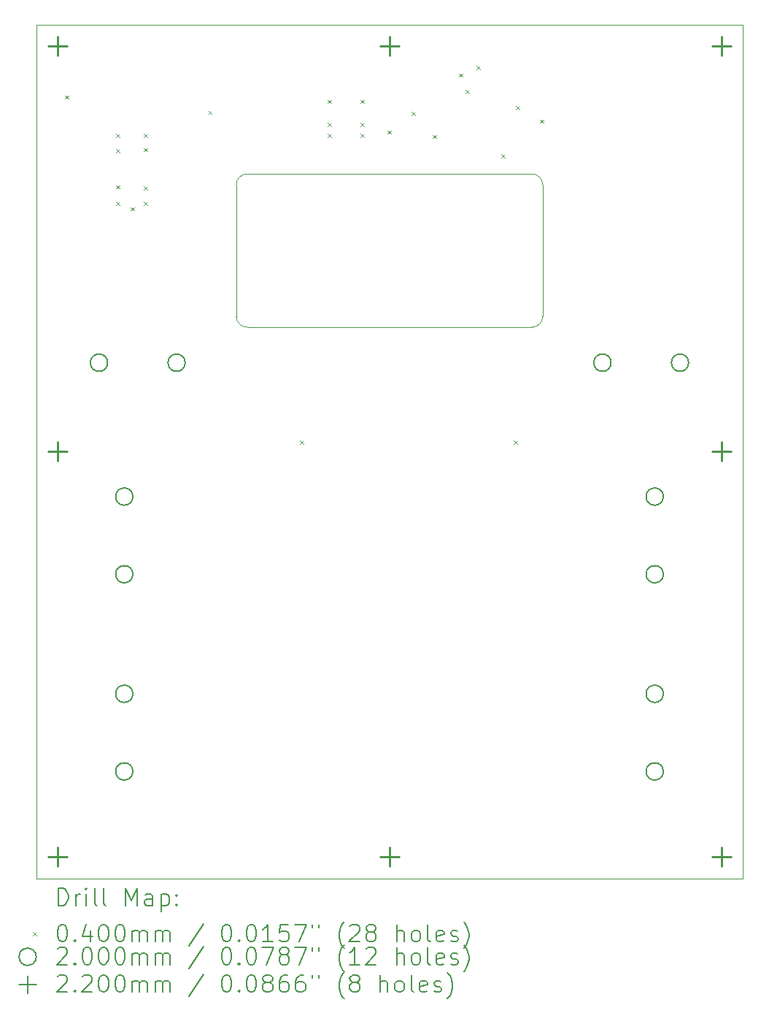
<source format=gbr>
%FSLAX45Y45*%
G04 Gerber Fmt 4.5, Leading zero omitted, Abs format (unit mm)*
G04 Created by KiCad (PCBNEW (6.0.5)) date 2022-07-09 16:24:53*
%MOMM*%
%LPD*%
G01*
G04 APERTURE LIST*
%TA.AperFunction,Profile*%
%ADD10C,0.050000*%
%TD*%
%ADD11C,0.200000*%
%ADD12C,0.040000*%
%ADD13C,0.220000*%
G04 APERTURE END LIST*
D10*
X19216000Y-4365000D02*
X11016000Y-4365000D01*
X13335000Y-7747000D02*
X13335000Y-6223000D01*
X16891000Y-6223000D02*
G75*
G03*
X16764000Y-6096000I-127000J0D01*
G01*
X16764000Y-7874000D02*
X13462000Y-7874000D01*
X16764000Y-7874000D02*
G75*
G03*
X16891000Y-7747000I0J127000D01*
G01*
X16891000Y-6223000D02*
X16891000Y-7747000D01*
X13462000Y-6096000D02*
X16764000Y-6096000D01*
X19216000Y-4365000D02*
X19216000Y-14265000D01*
X13335000Y-7747000D02*
G75*
G03*
X13462000Y-7874000I127000J0D01*
G01*
X11016000Y-4365000D02*
X11016000Y-14265000D01*
X13462000Y-6096000D02*
G75*
G03*
X13335000Y-6223000I0J-127000D01*
G01*
X11016000Y-14265000D02*
X19216000Y-14265000D01*
D11*
D12*
X11346500Y-5187000D02*
X11386500Y-5227000D01*
X11386500Y-5187000D02*
X11346500Y-5227000D01*
X11943400Y-5631500D02*
X11983400Y-5671500D01*
X11983400Y-5631500D02*
X11943400Y-5671500D01*
X11943400Y-5809300D02*
X11983400Y-5849300D01*
X11983400Y-5809300D02*
X11943400Y-5849300D01*
X11943400Y-6228400D02*
X11983400Y-6268400D01*
X11983400Y-6228400D02*
X11943400Y-6268400D01*
X11943400Y-6418900D02*
X11983400Y-6458900D01*
X11983400Y-6418900D02*
X11943400Y-6458900D01*
X12108500Y-6482400D02*
X12148500Y-6522400D01*
X12148500Y-6482400D02*
X12108500Y-6522400D01*
X12260900Y-5631500D02*
X12300900Y-5671500D01*
X12300900Y-5631500D02*
X12260900Y-5671500D01*
X12260900Y-5796600D02*
X12300900Y-5836600D01*
X12300900Y-5796600D02*
X12260900Y-5836600D01*
X12260900Y-6241100D02*
X12300900Y-6281100D01*
X12300900Y-6241100D02*
X12260900Y-6281100D01*
X12260900Y-6418900D02*
X12300900Y-6458900D01*
X12300900Y-6418900D02*
X12260900Y-6458900D01*
X13011500Y-5363500D02*
X13051500Y-5403500D01*
X13051500Y-5363500D02*
X13011500Y-5403500D01*
X14077000Y-9187500D02*
X14117000Y-9227500D01*
X14117000Y-9187500D02*
X14077000Y-9227500D01*
X14394500Y-5237800D02*
X14434500Y-5277800D01*
X14434500Y-5237800D02*
X14394500Y-5277800D01*
X14394500Y-5504500D02*
X14434500Y-5544500D01*
X14434500Y-5504500D02*
X14394500Y-5544500D01*
X14394500Y-5631500D02*
X14434500Y-5671500D01*
X14434500Y-5631500D02*
X14394500Y-5671500D01*
X14775500Y-5237800D02*
X14815500Y-5277800D01*
X14815500Y-5237800D02*
X14775500Y-5277800D01*
X14775500Y-5504500D02*
X14815500Y-5544500D01*
X14815500Y-5504500D02*
X14775500Y-5544500D01*
X14775500Y-5631500D02*
X14815500Y-5671500D01*
X14815500Y-5631500D02*
X14775500Y-5671500D01*
X15093000Y-5593400D02*
X15133000Y-5633400D01*
X15133000Y-5593400D02*
X15093000Y-5633400D01*
X15372400Y-5377500D02*
X15412400Y-5417500D01*
X15412400Y-5377500D02*
X15372400Y-5417500D01*
X15613700Y-5644200D02*
X15653700Y-5684200D01*
X15653700Y-5644200D02*
X15613700Y-5684200D01*
X15918500Y-4933000D02*
X15958500Y-4973000D01*
X15958500Y-4933000D02*
X15918500Y-4973000D01*
X15996521Y-5121679D02*
X16036521Y-5161679D01*
X16036521Y-5121679D02*
X15996521Y-5161679D01*
X16121700Y-4844100D02*
X16161700Y-4884100D01*
X16161700Y-4844100D02*
X16121700Y-4884100D01*
X16413800Y-5866450D02*
X16453800Y-5906450D01*
X16453800Y-5866450D02*
X16413800Y-5906450D01*
X16553500Y-9187500D02*
X16593500Y-9227500D01*
X16593500Y-9187500D02*
X16553500Y-9227500D01*
X16577400Y-5312500D02*
X16617400Y-5352500D01*
X16617400Y-5312500D02*
X16577400Y-5352500D01*
X16858300Y-5466400D02*
X16898300Y-5506400D01*
X16898300Y-5466400D02*
X16858300Y-5506400D01*
D11*
X11842000Y-8285000D02*
G75*
G03*
X11842000Y-8285000I-100000J0D01*
G01*
X12135000Y-9837000D02*
G75*
G03*
X12135000Y-9837000I-100000J0D01*
G01*
X12135000Y-10737000D02*
G75*
G03*
X12135000Y-10737000I-100000J0D01*
G01*
X12135000Y-12123000D02*
G75*
G03*
X12135000Y-12123000I-100000J0D01*
G01*
X12135000Y-13023000D02*
G75*
G03*
X12135000Y-13023000I-100000J0D01*
G01*
X12742000Y-8285000D02*
G75*
G03*
X12742000Y-8285000I-100000J0D01*
G01*
X17684000Y-8285000D02*
G75*
G03*
X17684000Y-8285000I-100000J0D01*
G01*
X18291000Y-9837000D02*
G75*
G03*
X18291000Y-9837000I-100000J0D01*
G01*
X18291000Y-10737000D02*
G75*
G03*
X18291000Y-10737000I-100000J0D01*
G01*
X18291000Y-12123000D02*
G75*
G03*
X18291000Y-12123000I-100000J0D01*
G01*
X18291000Y-13023000D02*
G75*
G03*
X18291000Y-13023000I-100000J0D01*
G01*
X18584000Y-8285000D02*
G75*
G03*
X18584000Y-8285000I-100000J0D01*
G01*
D13*
X11266000Y-4505000D02*
X11266000Y-4725000D01*
X11156000Y-4615000D02*
X11376000Y-4615000D01*
X11266000Y-9205000D02*
X11266000Y-9425000D01*
X11156000Y-9315000D02*
X11376000Y-9315000D01*
X11266000Y-13905000D02*
X11266000Y-14125000D01*
X11156000Y-14015000D02*
X11376000Y-14015000D01*
X15116000Y-4505000D02*
X15116000Y-4725000D01*
X15006000Y-4615000D02*
X15226000Y-4615000D01*
X15116000Y-13905000D02*
X15116000Y-14125000D01*
X15006000Y-14015000D02*
X15226000Y-14015000D01*
X18966000Y-4505000D02*
X18966000Y-4725000D01*
X18856000Y-4615000D02*
X19076000Y-4615000D01*
X18966000Y-9205000D02*
X18966000Y-9425000D01*
X18856000Y-9315000D02*
X19076000Y-9315000D01*
X18966000Y-13905000D02*
X18966000Y-14125000D01*
X18856000Y-14015000D02*
X19076000Y-14015000D01*
D11*
X11271119Y-14577976D02*
X11271119Y-14377976D01*
X11318738Y-14377976D01*
X11347309Y-14387500D01*
X11366357Y-14406548D01*
X11375881Y-14425595D01*
X11385405Y-14463690D01*
X11385405Y-14492262D01*
X11375881Y-14530357D01*
X11366357Y-14549405D01*
X11347309Y-14568452D01*
X11318738Y-14577976D01*
X11271119Y-14577976D01*
X11471119Y-14577976D02*
X11471119Y-14444643D01*
X11471119Y-14482738D02*
X11480643Y-14463690D01*
X11490167Y-14454167D01*
X11509214Y-14444643D01*
X11528262Y-14444643D01*
X11594928Y-14577976D02*
X11594928Y-14444643D01*
X11594928Y-14377976D02*
X11585405Y-14387500D01*
X11594928Y-14397024D01*
X11604452Y-14387500D01*
X11594928Y-14377976D01*
X11594928Y-14397024D01*
X11718738Y-14577976D02*
X11699690Y-14568452D01*
X11690167Y-14549405D01*
X11690167Y-14377976D01*
X11823500Y-14577976D02*
X11804452Y-14568452D01*
X11794928Y-14549405D01*
X11794928Y-14377976D01*
X12052071Y-14577976D02*
X12052071Y-14377976D01*
X12118738Y-14520833D01*
X12185405Y-14377976D01*
X12185405Y-14577976D01*
X12366357Y-14577976D02*
X12366357Y-14473214D01*
X12356833Y-14454167D01*
X12337786Y-14444643D01*
X12299690Y-14444643D01*
X12280643Y-14454167D01*
X12366357Y-14568452D02*
X12347309Y-14577976D01*
X12299690Y-14577976D01*
X12280643Y-14568452D01*
X12271119Y-14549405D01*
X12271119Y-14530357D01*
X12280643Y-14511309D01*
X12299690Y-14501786D01*
X12347309Y-14501786D01*
X12366357Y-14492262D01*
X12461595Y-14444643D02*
X12461595Y-14644643D01*
X12461595Y-14454167D02*
X12480643Y-14444643D01*
X12518738Y-14444643D01*
X12537786Y-14454167D01*
X12547309Y-14463690D01*
X12556833Y-14482738D01*
X12556833Y-14539881D01*
X12547309Y-14558928D01*
X12537786Y-14568452D01*
X12518738Y-14577976D01*
X12480643Y-14577976D01*
X12461595Y-14568452D01*
X12642548Y-14558928D02*
X12652071Y-14568452D01*
X12642548Y-14577976D01*
X12633024Y-14568452D01*
X12642548Y-14558928D01*
X12642548Y-14577976D01*
X12642548Y-14454167D02*
X12652071Y-14463690D01*
X12642548Y-14473214D01*
X12633024Y-14463690D01*
X12642548Y-14454167D01*
X12642548Y-14473214D01*
D12*
X10973500Y-14887500D02*
X11013500Y-14927500D01*
X11013500Y-14887500D02*
X10973500Y-14927500D01*
D11*
X11309214Y-14797976D02*
X11328262Y-14797976D01*
X11347309Y-14807500D01*
X11356833Y-14817024D01*
X11366357Y-14836071D01*
X11375881Y-14874167D01*
X11375881Y-14921786D01*
X11366357Y-14959881D01*
X11356833Y-14978928D01*
X11347309Y-14988452D01*
X11328262Y-14997976D01*
X11309214Y-14997976D01*
X11290167Y-14988452D01*
X11280643Y-14978928D01*
X11271119Y-14959881D01*
X11261595Y-14921786D01*
X11261595Y-14874167D01*
X11271119Y-14836071D01*
X11280643Y-14817024D01*
X11290167Y-14807500D01*
X11309214Y-14797976D01*
X11461595Y-14978928D02*
X11471119Y-14988452D01*
X11461595Y-14997976D01*
X11452071Y-14988452D01*
X11461595Y-14978928D01*
X11461595Y-14997976D01*
X11642548Y-14864643D02*
X11642548Y-14997976D01*
X11594928Y-14788452D02*
X11547309Y-14931309D01*
X11671119Y-14931309D01*
X11785405Y-14797976D02*
X11804452Y-14797976D01*
X11823500Y-14807500D01*
X11833024Y-14817024D01*
X11842548Y-14836071D01*
X11852071Y-14874167D01*
X11852071Y-14921786D01*
X11842548Y-14959881D01*
X11833024Y-14978928D01*
X11823500Y-14988452D01*
X11804452Y-14997976D01*
X11785405Y-14997976D01*
X11766357Y-14988452D01*
X11756833Y-14978928D01*
X11747309Y-14959881D01*
X11737786Y-14921786D01*
X11737786Y-14874167D01*
X11747309Y-14836071D01*
X11756833Y-14817024D01*
X11766357Y-14807500D01*
X11785405Y-14797976D01*
X11975881Y-14797976D02*
X11994928Y-14797976D01*
X12013976Y-14807500D01*
X12023500Y-14817024D01*
X12033024Y-14836071D01*
X12042548Y-14874167D01*
X12042548Y-14921786D01*
X12033024Y-14959881D01*
X12023500Y-14978928D01*
X12013976Y-14988452D01*
X11994928Y-14997976D01*
X11975881Y-14997976D01*
X11956833Y-14988452D01*
X11947309Y-14978928D01*
X11937786Y-14959881D01*
X11928262Y-14921786D01*
X11928262Y-14874167D01*
X11937786Y-14836071D01*
X11947309Y-14817024D01*
X11956833Y-14807500D01*
X11975881Y-14797976D01*
X12128262Y-14997976D02*
X12128262Y-14864643D01*
X12128262Y-14883690D02*
X12137786Y-14874167D01*
X12156833Y-14864643D01*
X12185405Y-14864643D01*
X12204452Y-14874167D01*
X12213976Y-14893214D01*
X12213976Y-14997976D01*
X12213976Y-14893214D02*
X12223500Y-14874167D01*
X12242548Y-14864643D01*
X12271119Y-14864643D01*
X12290167Y-14874167D01*
X12299690Y-14893214D01*
X12299690Y-14997976D01*
X12394928Y-14997976D02*
X12394928Y-14864643D01*
X12394928Y-14883690D02*
X12404452Y-14874167D01*
X12423500Y-14864643D01*
X12452071Y-14864643D01*
X12471119Y-14874167D01*
X12480643Y-14893214D01*
X12480643Y-14997976D01*
X12480643Y-14893214D02*
X12490167Y-14874167D01*
X12509214Y-14864643D01*
X12537786Y-14864643D01*
X12556833Y-14874167D01*
X12566357Y-14893214D01*
X12566357Y-14997976D01*
X12956833Y-14788452D02*
X12785405Y-15045595D01*
X13213976Y-14797976D02*
X13233024Y-14797976D01*
X13252071Y-14807500D01*
X13261595Y-14817024D01*
X13271119Y-14836071D01*
X13280643Y-14874167D01*
X13280643Y-14921786D01*
X13271119Y-14959881D01*
X13261595Y-14978928D01*
X13252071Y-14988452D01*
X13233024Y-14997976D01*
X13213976Y-14997976D01*
X13194928Y-14988452D01*
X13185405Y-14978928D01*
X13175881Y-14959881D01*
X13166357Y-14921786D01*
X13166357Y-14874167D01*
X13175881Y-14836071D01*
X13185405Y-14817024D01*
X13194928Y-14807500D01*
X13213976Y-14797976D01*
X13366357Y-14978928D02*
X13375881Y-14988452D01*
X13366357Y-14997976D01*
X13356833Y-14988452D01*
X13366357Y-14978928D01*
X13366357Y-14997976D01*
X13499690Y-14797976D02*
X13518738Y-14797976D01*
X13537786Y-14807500D01*
X13547309Y-14817024D01*
X13556833Y-14836071D01*
X13566357Y-14874167D01*
X13566357Y-14921786D01*
X13556833Y-14959881D01*
X13547309Y-14978928D01*
X13537786Y-14988452D01*
X13518738Y-14997976D01*
X13499690Y-14997976D01*
X13480643Y-14988452D01*
X13471119Y-14978928D01*
X13461595Y-14959881D01*
X13452071Y-14921786D01*
X13452071Y-14874167D01*
X13461595Y-14836071D01*
X13471119Y-14817024D01*
X13480643Y-14807500D01*
X13499690Y-14797976D01*
X13756833Y-14997976D02*
X13642548Y-14997976D01*
X13699690Y-14997976D02*
X13699690Y-14797976D01*
X13680643Y-14826548D01*
X13661595Y-14845595D01*
X13642548Y-14855119D01*
X13937786Y-14797976D02*
X13842548Y-14797976D01*
X13833024Y-14893214D01*
X13842548Y-14883690D01*
X13861595Y-14874167D01*
X13909214Y-14874167D01*
X13928262Y-14883690D01*
X13937786Y-14893214D01*
X13947309Y-14912262D01*
X13947309Y-14959881D01*
X13937786Y-14978928D01*
X13928262Y-14988452D01*
X13909214Y-14997976D01*
X13861595Y-14997976D01*
X13842548Y-14988452D01*
X13833024Y-14978928D01*
X14013976Y-14797976D02*
X14147309Y-14797976D01*
X14061595Y-14997976D01*
X14213976Y-14797976D02*
X14213976Y-14836071D01*
X14290167Y-14797976D02*
X14290167Y-14836071D01*
X14585405Y-15074167D02*
X14575881Y-15064643D01*
X14556833Y-15036071D01*
X14547309Y-15017024D01*
X14537786Y-14988452D01*
X14528262Y-14940833D01*
X14528262Y-14902738D01*
X14537786Y-14855119D01*
X14547309Y-14826548D01*
X14556833Y-14807500D01*
X14575881Y-14778928D01*
X14585405Y-14769405D01*
X14652071Y-14817024D02*
X14661595Y-14807500D01*
X14680643Y-14797976D01*
X14728262Y-14797976D01*
X14747309Y-14807500D01*
X14756833Y-14817024D01*
X14766357Y-14836071D01*
X14766357Y-14855119D01*
X14756833Y-14883690D01*
X14642548Y-14997976D01*
X14766357Y-14997976D01*
X14880643Y-14883690D02*
X14861595Y-14874167D01*
X14852071Y-14864643D01*
X14842548Y-14845595D01*
X14842548Y-14836071D01*
X14852071Y-14817024D01*
X14861595Y-14807500D01*
X14880643Y-14797976D01*
X14918738Y-14797976D01*
X14937786Y-14807500D01*
X14947309Y-14817024D01*
X14956833Y-14836071D01*
X14956833Y-14845595D01*
X14947309Y-14864643D01*
X14937786Y-14874167D01*
X14918738Y-14883690D01*
X14880643Y-14883690D01*
X14861595Y-14893214D01*
X14852071Y-14902738D01*
X14842548Y-14921786D01*
X14842548Y-14959881D01*
X14852071Y-14978928D01*
X14861595Y-14988452D01*
X14880643Y-14997976D01*
X14918738Y-14997976D01*
X14937786Y-14988452D01*
X14947309Y-14978928D01*
X14956833Y-14959881D01*
X14956833Y-14921786D01*
X14947309Y-14902738D01*
X14937786Y-14893214D01*
X14918738Y-14883690D01*
X15194928Y-14997976D02*
X15194928Y-14797976D01*
X15280643Y-14997976D02*
X15280643Y-14893214D01*
X15271119Y-14874167D01*
X15252071Y-14864643D01*
X15223500Y-14864643D01*
X15204452Y-14874167D01*
X15194928Y-14883690D01*
X15404452Y-14997976D02*
X15385405Y-14988452D01*
X15375881Y-14978928D01*
X15366357Y-14959881D01*
X15366357Y-14902738D01*
X15375881Y-14883690D01*
X15385405Y-14874167D01*
X15404452Y-14864643D01*
X15433024Y-14864643D01*
X15452071Y-14874167D01*
X15461595Y-14883690D01*
X15471119Y-14902738D01*
X15471119Y-14959881D01*
X15461595Y-14978928D01*
X15452071Y-14988452D01*
X15433024Y-14997976D01*
X15404452Y-14997976D01*
X15585405Y-14997976D02*
X15566357Y-14988452D01*
X15556833Y-14969405D01*
X15556833Y-14797976D01*
X15737786Y-14988452D02*
X15718738Y-14997976D01*
X15680643Y-14997976D01*
X15661595Y-14988452D01*
X15652071Y-14969405D01*
X15652071Y-14893214D01*
X15661595Y-14874167D01*
X15680643Y-14864643D01*
X15718738Y-14864643D01*
X15737786Y-14874167D01*
X15747309Y-14893214D01*
X15747309Y-14912262D01*
X15652071Y-14931309D01*
X15823500Y-14988452D02*
X15842548Y-14997976D01*
X15880643Y-14997976D01*
X15899690Y-14988452D01*
X15909214Y-14969405D01*
X15909214Y-14959881D01*
X15899690Y-14940833D01*
X15880643Y-14931309D01*
X15852071Y-14931309D01*
X15833024Y-14921786D01*
X15823500Y-14902738D01*
X15823500Y-14893214D01*
X15833024Y-14874167D01*
X15852071Y-14864643D01*
X15880643Y-14864643D01*
X15899690Y-14874167D01*
X15975881Y-15074167D02*
X15985405Y-15064643D01*
X16004452Y-15036071D01*
X16013976Y-15017024D01*
X16023500Y-14988452D01*
X16033024Y-14940833D01*
X16033024Y-14902738D01*
X16023500Y-14855119D01*
X16013976Y-14826548D01*
X16004452Y-14807500D01*
X15985405Y-14778928D01*
X15975881Y-14769405D01*
X11013500Y-15171500D02*
G75*
G03*
X11013500Y-15171500I-100000J0D01*
G01*
X11261595Y-15081024D02*
X11271119Y-15071500D01*
X11290167Y-15061976D01*
X11337786Y-15061976D01*
X11356833Y-15071500D01*
X11366357Y-15081024D01*
X11375881Y-15100071D01*
X11375881Y-15119119D01*
X11366357Y-15147690D01*
X11252071Y-15261976D01*
X11375881Y-15261976D01*
X11461595Y-15242928D02*
X11471119Y-15252452D01*
X11461595Y-15261976D01*
X11452071Y-15252452D01*
X11461595Y-15242928D01*
X11461595Y-15261976D01*
X11594928Y-15061976D02*
X11613976Y-15061976D01*
X11633024Y-15071500D01*
X11642548Y-15081024D01*
X11652071Y-15100071D01*
X11661595Y-15138167D01*
X11661595Y-15185786D01*
X11652071Y-15223881D01*
X11642548Y-15242928D01*
X11633024Y-15252452D01*
X11613976Y-15261976D01*
X11594928Y-15261976D01*
X11575881Y-15252452D01*
X11566357Y-15242928D01*
X11556833Y-15223881D01*
X11547309Y-15185786D01*
X11547309Y-15138167D01*
X11556833Y-15100071D01*
X11566357Y-15081024D01*
X11575881Y-15071500D01*
X11594928Y-15061976D01*
X11785405Y-15061976D02*
X11804452Y-15061976D01*
X11823500Y-15071500D01*
X11833024Y-15081024D01*
X11842548Y-15100071D01*
X11852071Y-15138167D01*
X11852071Y-15185786D01*
X11842548Y-15223881D01*
X11833024Y-15242928D01*
X11823500Y-15252452D01*
X11804452Y-15261976D01*
X11785405Y-15261976D01*
X11766357Y-15252452D01*
X11756833Y-15242928D01*
X11747309Y-15223881D01*
X11737786Y-15185786D01*
X11737786Y-15138167D01*
X11747309Y-15100071D01*
X11756833Y-15081024D01*
X11766357Y-15071500D01*
X11785405Y-15061976D01*
X11975881Y-15061976D02*
X11994928Y-15061976D01*
X12013976Y-15071500D01*
X12023500Y-15081024D01*
X12033024Y-15100071D01*
X12042548Y-15138167D01*
X12042548Y-15185786D01*
X12033024Y-15223881D01*
X12023500Y-15242928D01*
X12013976Y-15252452D01*
X11994928Y-15261976D01*
X11975881Y-15261976D01*
X11956833Y-15252452D01*
X11947309Y-15242928D01*
X11937786Y-15223881D01*
X11928262Y-15185786D01*
X11928262Y-15138167D01*
X11937786Y-15100071D01*
X11947309Y-15081024D01*
X11956833Y-15071500D01*
X11975881Y-15061976D01*
X12128262Y-15261976D02*
X12128262Y-15128643D01*
X12128262Y-15147690D02*
X12137786Y-15138167D01*
X12156833Y-15128643D01*
X12185405Y-15128643D01*
X12204452Y-15138167D01*
X12213976Y-15157214D01*
X12213976Y-15261976D01*
X12213976Y-15157214D02*
X12223500Y-15138167D01*
X12242548Y-15128643D01*
X12271119Y-15128643D01*
X12290167Y-15138167D01*
X12299690Y-15157214D01*
X12299690Y-15261976D01*
X12394928Y-15261976D02*
X12394928Y-15128643D01*
X12394928Y-15147690D02*
X12404452Y-15138167D01*
X12423500Y-15128643D01*
X12452071Y-15128643D01*
X12471119Y-15138167D01*
X12480643Y-15157214D01*
X12480643Y-15261976D01*
X12480643Y-15157214D02*
X12490167Y-15138167D01*
X12509214Y-15128643D01*
X12537786Y-15128643D01*
X12556833Y-15138167D01*
X12566357Y-15157214D01*
X12566357Y-15261976D01*
X12956833Y-15052452D02*
X12785405Y-15309595D01*
X13213976Y-15061976D02*
X13233024Y-15061976D01*
X13252071Y-15071500D01*
X13261595Y-15081024D01*
X13271119Y-15100071D01*
X13280643Y-15138167D01*
X13280643Y-15185786D01*
X13271119Y-15223881D01*
X13261595Y-15242928D01*
X13252071Y-15252452D01*
X13233024Y-15261976D01*
X13213976Y-15261976D01*
X13194928Y-15252452D01*
X13185405Y-15242928D01*
X13175881Y-15223881D01*
X13166357Y-15185786D01*
X13166357Y-15138167D01*
X13175881Y-15100071D01*
X13185405Y-15081024D01*
X13194928Y-15071500D01*
X13213976Y-15061976D01*
X13366357Y-15242928D02*
X13375881Y-15252452D01*
X13366357Y-15261976D01*
X13356833Y-15252452D01*
X13366357Y-15242928D01*
X13366357Y-15261976D01*
X13499690Y-15061976D02*
X13518738Y-15061976D01*
X13537786Y-15071500D01*
X13547309Y-15081024D01*
X13556833Y-15100071D01*
X13566357Y-15138167D01*
X13566357Y-15185786D01*
X13556833Y-15223881D01*
X13547309Y-15242928D01*
X13537786Y-15252452D01*
X13518738Y-15261976D01*
X13499690Y-15261976D01*
X13480643Y-15252452D01*
X13471119Y-15242928D01*
X13461595Y-15223881D01*
X13452071Y-15185786D01*
X13452071Y-15138167D01*
X13461595Y-15100071D01*
X13471119Y-15081024D01*
X13480643Y-15071500D01*
X13499690Y-15061976D01*
X13633024Y-15061976D02*
X13766357Y-15061976D01*
X13680643Y-15261976D01*
X13871119Y-15147690D02*
X13852071Y-15138167D01*
X13842548Y-15128643D01*
X13833024Y-15109595D01*
X13833024Y-15100071D01*
X13842548Y-15081024D01*
X13852071Y-15071500D01*
X13871119Y-15061976D01*
X13909214Y-15061976D01*
X13928262Y-15071500D01*
X13937786Y-15081024D01*
X13947309Y-15100071D01*
X13947309Y-15109595D01*
X13937786Y-15128643D01*
X13928262Y-15138167D01*
X13909214Y-15147690D01*
X13871119Y-15147690D01*
X13852071Y-15157214D01*
X13842548Y-15166738D01*
X13833024Y-15185786D01*
X13833024Y-15223881D01*
X13842548Y-15242928D01*
X13852071Y-15252452D01*
X13871119Y-15261976D01*
X13909214Y-15261976D01*
X13928262Y-15252452D01*
X13937786Y-15242928D01*
X13947309Y-15223881D01*
X13947309Y-15185786D01*
X13937786Y-15166738D01*
X13928262Y-15157214D01*
X13909214Y-15147690D01*
X14013976Y-15061976D02*
X14147309Y-15061976D01*
X14061595Y-15261976D01*
X14213976Y-15061976D02*
X14213976Y-15100071D01*
X14290167Y-15061976D02*
X14290167Y-15100071D01*
X14585405Y-15338167D02*
X14575881Y-15328643D01*
X14556833Y-15300071D01*
X14547309Y-15281024D01*
X14537786Y-15252452D01*
X14528262Y-15204833D01*
X14528262Y-15166738D01*
X14537786Y-15119119D01*
X14547309Y-15090548D01*
X14556833Y-15071500D01*
X14575881Y-15042928D01*
X14585405Y-15033405D01*
X14766357Y-15261976D02*
X14652071Y-15261976D01*
X14709214Y-15261976D02*
X14709214Y-15061976D01*
X14690167Y-15090548D01*
X14671119Y-15109595D01*
X14652071Y-15119119D01*
X14842548Y-15081024D02*
X14852071Y-15071500D01*
X14871119Y-15061976D01*
X14918738Y-15061976D01*
X14937786Y-15071500D01*
X14947309Y-15081024D01*
X14956833Y-15100071D01*
X14956833Y-15119119D01*
X14947309Y-15147690D01*
X14833024Y-15261976D01*
X14956833Y-15261976D01*
X15194928Y-15261976D02*
X15194928Y-15061976D01*
X15280643Y-15261976D02*
X15280643Y-15157214D01*
X15271119Y-15138167D01*
X15252071Y-15128643D01*
X15223500Y-15128643D01*
X15204452Y-15138167D01*
X15194928Y-15147690D01*
X15404452Y-15261976D02*
X15385405Y-15252452D01*
X15375881Y-15242928D01*
X15366357Y-15223881D01*
X15366357Y-15166738D01*
X15375881Y-15147690D01*
X15385405Y-15138167D01*
X15404452Y-15128643D01*
X15433024Y-15128643D01*
X15452071Y-15138167D01*
X15461595Y-15147690D01*
X15471119Y-15166738D01*
X15471119Y-15223881D01*
X15461595Y-15242928D01*
X15452071Y-15252452D01*
X15433024Y-15261976D01*
X15404452Y-15261976D01*
X15585405Y-15261976D02*
X15566357Y-15252452D01*
X15556833Y-15233405D01*
X15556833Y-15061976D01*
X15737786Y-15252452D02*
X15718738Y-15261976D01*
X15680643Y-15261976D01*
X15661595Y-15252452D01*
X15652071Y-15233405D01*
X15652071Y-15157214D01*
X15661595Y-15138167D01*
X15680643Y-15128643D01*
X15718738Y-15128643D01*
X15737786Y-15138167D01*
X15747309Y-15157214D01*
X15747309Y-15176262D01*
X15652071Y-15195309D01*
X15823500Y-15252452D02*
X15842548Y-15261976D01*
X15880643Y-15261976D01*
X15899690Y-15252452D01*
X15909214Y-15233405D01*
X15909214Y-15223881D01*
X15899690Y-15204833D01*
X15880643Y-15195309D01*
X15852071Y-15195309D01*
X15833024Y-15185786D01*
X15823500Y-15166738D01*
X15823500Y-15157214D01*
X15833024Y-15138167D01*
X15852071Y-15128643D01*
X15880643Y-15128643D01*
X15899690Y-15138167D01*
X15975881Y-15338167D02*
X15985405Y-15328643D01*
X16004452Y-15300071D01*
X16013976Y-15281024D01*
X16023500Y-15252452D01*
X16033024Y-15204833D01*
X16033024Y-15166738D01*
X16023500Y-15119119D01*
X16013976Y-15090548D01*
X16004452Y-15071500D01*
X15985405Y-15042928D01*
X15975881Y-15033405D01*
X10913500Y-15391500D02*
X10913500Y-15591500D01*
X10813500Y-15491500D02*
X11013500Y-15491500D01*
X11261595Y-15401024D02*
X11271119Y-15391500D01*
X11290167Y-15381976D01*
X11337786Y-15381976D01*
X11356833Y-15391500D01*
X11366357Y-15401024D01*
X11375881Y-15420071D01*
X11375881Y-15439119D01*
X11366357Y-15467690D01*
X11252071Y-15581976D01*
X11375881Y-15581976D01*
X11461595Y-15562928D02*
X11471119Y-15572452D01*
X11461595Y-15581976D01*
X11452071Y-15572452D01*
X11461595Y-15562928D01*
X11461595Y-15581976D01*
X11547309Y-15401024D02*
X11556833Y-15391500D01*
X11575881Y-15381976D01*
X11623500Y-15381976D01*
X11642548Y-15391500D01*
X11652071Y-15401024D01*
X11661595Y-15420071D01*
X11661595Y-15439119D01*
X11652071Y-15467690D01*
X11537786Y-15581976D01*
X11661595Y-15581976D01*
X11785405Y-15381976D02*
X11804452Y-15381976D01*
X11823500Y-15391500D01*
X11833024Y-15401024D01*
X11842548Y-15420071D01*
X11852071Y-15458167D01*
X11852071Y-15505786D01*
X11842548Y-15543881D01*
X11833024Y-15562928D01*
X11823500Y-15572452D01*
X11804452Y-15581976D01*
X11785405Y-15581976D01*
X11766357Y-15572452D01*
X11756833Y-15562928D01*
X11747309Y-15543881D01*
X11737786Y-15505786D01*
X11737786Y-15458167D01*
X11747309Y-15420071D01*
X11756833Y-15401024D01*
X11766357Y-15391500D01*
X11785405Y-15381976D01*
X11975881Y-15381976D02*
X11994928Y-15381976D01*
X12013976Y-15391500D01*
X12023500Y-15401024D01*
X12033024Y-15420071D01*
X12042548Y-15458167D01*
X12042548Y-15505786D01*
X12033024Y-15543881D01*
X12023500Y-15562928D01*
X12013976Y-15572452D01*
X11994928Y-15581976D01*
X11975881Y-15581976D01*
X11956833Y-15572452D01*
X11947309Y-15562928D01*
X11937786Y-15543881D01*
X11928262Y-15505786D01*
X11928262Y-15458167D01*
X11937786Y-15420071D01*
X11947309Y-15401024D01*
X11956833Y-15391500D01*
X11975881Y-15381976D01*
X12128262Y-15581976D02*
X12128262Y-15448643D01*
X12128262Y-15467690D02*
X12137786Y-15458167D01*
X12156833Y-15448643D01*
X12185405Y-15448643D01*
X12204452Y-15458167D01*
X12213976Y-15477214D01*
X12213976Y-15581976D01*
X12213976Y-15477214D02*
X12223500Y-15458167D01*
X12242548Y-15448643D01*
X12271119Y-15448643D01*
X12290167Y-15458167D01*
X12299690Y-15477214D01*
X12299690Y-15581976D01*
X12394928Y-15581976D02*
X12394928Y-15448643D01*
X12394928Y-15467690D02*
X12404452Y-15458167D01*
X12423500Y-15448643D01*
X12452071Y-15448643D01*
X12471119Y-15458167D01*
X12480643Y-15477214D01*
X12480643Y-15581976D01*
X12480643Y-15477214D02*
X12490167Y-15458167D01*
X12509214Y-15448643D01*
X12537786Y-15448643D01*
X12556833Y-15458167D01*
X12566357Y-15477214D01*
X12566357Y-15581976D01*
X12956833Y-15372452D02*
X12785405Y-15629595D01*
X13213976Y-15381976D02*
X13233024Y-15381976D01*
X13252071Y-15391500D01*
X13261595Y-15401024D01*
X13271119Y-15420071D01*
X13280643Y-15458167D01*
X13280643Y-15505786D01*
X13271119Y-15543881D01*
X13261595Y-15562928D01*
X13252071Y-15572452D01*
X13233024Y-15581976D01*
X13213976Y-15581976D01*
X13194928Y-15572452D01*
X13185405Y-15562928D01*
X13175881Y-15543881D01*
X13166357Y-15505786D01*
X13166357Y-15458167D01*
X13175881Y-15420071D01*
X13185405Y-15401024D01*
X13194928Y-15391500D01*
X13213976Y-15381976D01*
X13366357Y-15562928D02*
X13375881Y-15572452D01*
X13366357Y-15581976D01*
X13356833Y-15572452D01*
X13366357Y-15562928D01*
X13366357Y-15581976D01*
X13499690Y-15381976D02*
X13518738Y-15381976D01*
X13537786Y-15391500D01*
X13547309Y-15401024D01*
X13556833Y-15420071D01*
X13566357Y-15458167D01*
X13566357Y-15505786D01*
X13556833Y-15543881D01*
X13547309Y-15562928D01*
X13537786Y-15572452D01*
X13518738Y-15581976D01*
X13499690Y-15581976D01*
X13480643Y-15572452D01*
X13471119Y-15562928D01*
X13461595Y-15543881D01*
X13452071Y-15505786D01*
X13452071Y-15458167D01*
X13461595Y-15420071D01*
X13471119Y-15401024D01*
X13480643Y-15391500D01*
X13499690Y-15381976D01*
X13680643Y-15467690D02*
X13661595Y-15458167D01*
X13652071Y-15448643D01*
X13642548Y-15429595D01*
X13642548Y-15420071D01*
X13652071Y-15401024D01*
X13661595Y-15391500D01*
X13680643Y-15381976D01*
X13718738Y-15381976D01*
X13737786Y-15391500D01*
X13747309Y-15401024D01*
X13756833Y-15420071D01*
X13756833Y-15429595D01*
X13747309Y-15448643D01*
X13737786Y-15458167D01*
X13718738Y-15467690D01*
X13680643Y-15467690D01*
X13661595Y-15477214D01*
X13652071Y-15486738D01*
X13642548Y-15505786D01*
X13642548Y-15543881D01*
X13652071Y-15562928D01*
X13661595Y-15572452D01*
X13680643Y-15581976D01*
X13718738Y-15581976D01*
X13737786Y-15572452D01*
X13747309Y-15562928D01*
X13756833Y-15543881D01*
X13756833Y-15505786D01*
X13747309Y-15486738D01*
X13737786Y-15477214D01*
X13718738Y-15467690D01*
X13928262Y-15381976D02*
X13890167Y-15381976D01*
X13871119Y-15391500D01*
X13861595Y-15401024D01*
X13842548Y-15429595D01*
X13833024Y-15467690D01*
X13833024Y-15543881D01*
X13842548Y-15562928D01*
X13852071Y-15572452D01*
X13871119Y-15581976D01*
X13909214Y-15581976D01*
X13928262Y-15572452D01*
X13937786Y-15562928D01*
X13947309Y-15543881D01*
X13947309Y-15496262D01*
X13937786Y-15477214D01*
X13928262Y-15467690D01*
X13909214Y-15458167D01*
X13871119Y-15458167D01*
X13852071Y-15467690D01*
X13842548Y-15477214D01*
X13833024Y-15496262D01*
X14118738Y-15381976D02*
X14080643Y-15381976D01*
X14061595Y-15391500D01*
X14052071Y-15401024D01*
X14033024Y-15429595D01*
X14023500Y-15467690D01*
X14023500Y-15543881D01*
X14033024Y-15562928D01*
X14042548Y-15572452D01*
X14061595Y-15581976D01*
X14099690Y-15581976D01*
X14118738Y-15572452D01*
X14128262Y-15562928D01*
X14137786Y-15543881D01*
X14137786Y-15496262D01*
X14128262Y-15477214D01*
X14118738Y-15467690D01*
X14099690Y-15458167D01*
X14061595Y-15458167D01*
X14042548Y-15467690D01*
X14033024Y-15477214D01*
X14023500Y-15496262D01*
X14213976Y-15381976D02*
X14213976Y-15420071D01*
X14290167Y-15381976D02*
X14290167Y-15420071D01*
X14585405Y-15658167D02*
X14575881Y-15648643D01*
X14556833Y-15620071D01*
X14547309Y-15601024D01*
X14537786Y-15572452D01*
X14528262Y-15524833D01*
X14528262Y-15486738D01*
X14537786Y-15439119D01*
X14547309Y-15410548D01*
X14556833Y-15391500D01*
X14575881Y-15362928D01*
X14585405Y-15353405D01*
X14690167Y-15467690D02*
X14671119Y-15458167D01*
X14661595Y-15448643D01*
X14652071Y-15429595D01*
X14652071Y-15420071D01*
X14661595Y-15401024D01*
X14671119Y-15391500D01*
X14690167Y-15381976D01*
X14728262Y-15381976D01*
X14747309Y-15391500D01*
X14756833Y-15401024D01*
X14766357Y-15420071D01*
X14766357Y-15429595D01*
X14756833Y-15448643D01*
X14747309Y-15458167D01*
X14728262Y-15467690D01*
X14690167Y-15467690D01*
X14671119Y-15477214D01*
X14661595Y-15486738D01*
X14652071Y-15505786D01*
X14652071Y-15543881D01*
X14661595Y-15562928D01*
X14671119Y-15572452D01*
X14690167Y-15581976D01*
X14728262Y-15581976D01*
X14747309Y-15572452D01*
X14756833Y-15562928D01*
X14766357Y-15543881D01*
X14766357Y-15505786D01*
X14756833Y-15486738D01*
X14747309Y-15477214D01*
X14728262Y-15467690D01*
X15004452Y-15581976D02*
X15004452Y-15381976D01*
X15090167Y-15581976D02*
X15090167Y-15477214D01*
X15080643Y-15458167D01*
X15061595Y-15448643D01*
X15033024Y-15448643D01*
X15013976Y-15458167D01*
X15004452Y-15467690D01*
X15213976Y-15581976D02*
X15194928Y-15572452D01*
X15185405Y-15562928D01*
X15175881Y-15543881D01*
X15175881Y-15486738D01*
X15185405Y-15467690D01*
X15194928Y-15458167D01*
X15213976Y-15448643D01*
X15242548Y-15448643D01*
X15261595Y-15458167D01*
X15271119Y-15467690D01*
X15280643Y-15486738D01*
X15280643Y-15543881D01*
X15271119Y-15562928D01*
X15261595Y-15572452D01*
X15242548Y-15581976D01*
X15213976Y-15581976D01*
X15394928Y-15581976D02*
X15375881Y-15572452D01*
X15366357Y-15553405D01*
X15366357Y-15381976D01*
X15547309Y-15572452D02*
X15528262Y-15581976D01*
X15490167Y-15581976D01*
X15471119Y-15572452D01*
X15461595Y-15553405D01*
X15461595Y-15477214D01*
X15471119Y-15458167D01*
X15490167Y-15448643D01*
X15528262Y-15448643D01*
X15547309Y-15458167D01*
X15556833Y-15477214D01*
X15556833Y-15496262D01*
X15461595Y-15515309D01*
X15633024Y-15572452D02*
X15652071Y-15581976D01*
X15690167Y-15581976D01*
X15709214Y-15572452D01*
X15718738Y-15553405D01*
X15718738Y-15543881D01*
X15709214Y-15524833D01*
X15690167Y-15515309D01*
X15661595Y-15515309D01*
X15642548Y-15505786D01*
X15633024Y-15486738D01*
X15633024Y-15477214D01*
X15642548Y-15458167D01*
X15661595Y-15448643D01*
X15690167Y-15448643D01*
X15709214Y-15458167D01*
X15785405Y-15658167D02*
X15794928Y-15648643D01*
X15813976Y-15620071D01*
X15823500Y-15601024D01*
X15833024Y-15572452D01*
X15842548Y-15524833D01*
X15842548Y-15486738D01*
X15833024Y-15439119D01*
X15823500Y-15410548D01*
X15813976Y-15391500D01*
X15794928Y-15362928D01*
X15785405Y-15353405D01*
M02*

</source>
